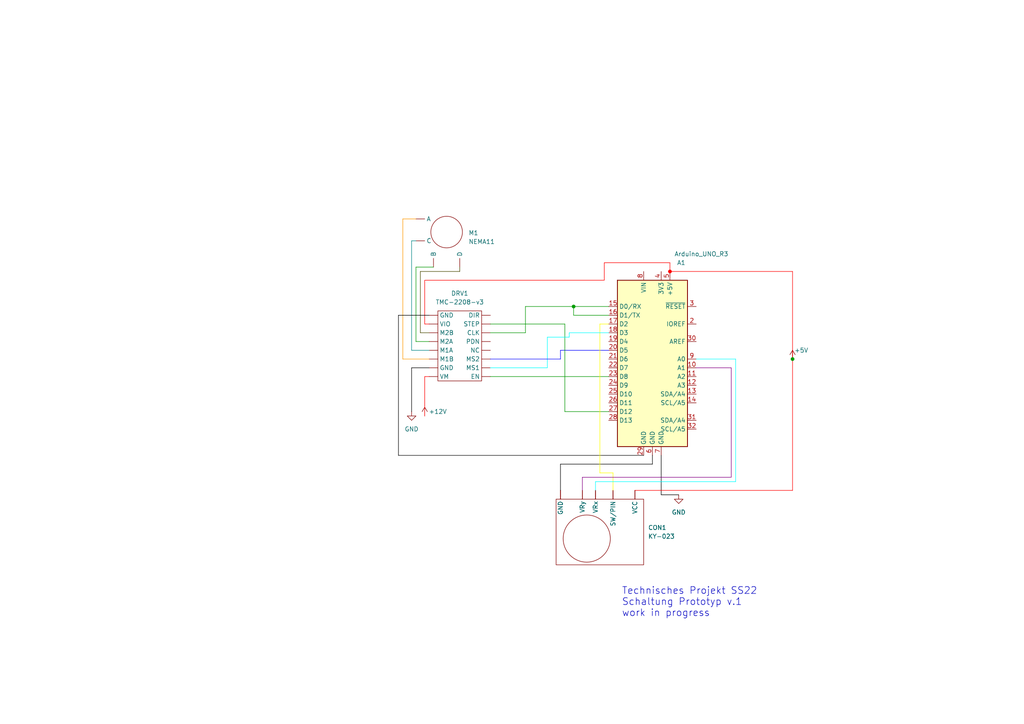
<source format=kicad_sch>
(kicad_sch (version 20211123) (generator eeschema)
  (paper "A4")
  (lib_symbols
    (symbol "FunDuino:KY-023"
      (property "Reference" "CON" (at 0 0 0))
      (property "Value" "KY-023" (at 0 2.54 0))
      (symbol "KY-023_0_1"
        (rectangle (start -3.81 -2.54) (end 21.59 -21.59))
        (circle (center 12.7 -10.16) (radius 6.8392))
      )
      (symbol "KY-023_1_1"
        (pin power_in line (at 20.32 -24.13 90) (length 2.54) (name "GND") (number ""))
        (pin output line (at 5.08 -24.13 90) (length 2.54) (name "SW/PIN") (number ""))
        (pin power_in line (at -1.27 -24.13 90) (length 2.54) (name "VCC") (number ""))
        (pin output line (at 10.16 -24.13 90) (length 2.54) (name "VRx") (number ""))
        (pin output line (at 13.97 -24.13 90) (length 2.54) (name "VRy") (number ""))
      )
    )
    (symbol "MCU_Module:Arduino_UNO_R3"
      (property "Reference" "A" (at -10.16 23.495 0))
      (property "Value" "Arduino_UNO_R3" (at 5.08 -26.67 0))
      (symbol "Arduino_UNO_R3_0_1"
        (rectangle (start -10.16 22.86) (end 10.16 -25.4) (stroke (width 0.254)) (fill (type background)))
      )
      (symbol "Arduino_UNO_R3_1_1"
        (pin no_connect line (at -10.16 -20.32 0) (length 2.54) hide (name "NC") (number "1"))
        (pin bidirectional line (at 12.7 -2.54 180) (length 2.54) (name "A1") (number "10"))
        (pin bidirectional line (at 12.7 -5.08 180) (length 2.54) (name "A2") (number "11"))
        (pin bidirectional line (at 12.7 -7.62 180) (length 2.54) (name "A3") (number "12"))
        (pin bidirectional line (at 12.7 -10.16 180) (length 2.54) (name "SDA/A4") (number "13"))
        (pin bidirectional line (at 12.7 -12.7 180) (length 2.54) (name "SCL/A5") (number "14"))
        (pin bidirectional line (at -12.7 15.24 0) (length 2.54) (name "D0/RX") (number "15"))
        (pin bidirectional line (at -12.7 12.7 0) (length 2.54) (name "D1/TX") (number "16"))
        (pin bidirectional line (at -12.7 10.16 0) (length 2.54) (name "D2") (number "17"))
        (pin bidirectional line (at -12.7 7.62 0) (length 2.54) (name "D3") (number "18"))
        (pin bidirectional line (at -12.7 5.08 0) (length 2.54) (name "D4") (number "19"))
        (pin output line (at 12.7 10.16 180) (length 2.54) (name "IOREF") (number "2"))
        (pin bidirectional line (at -12.7 2.54 0) (length 2.54) (name "D5") (number "20"))
        (pin bidirectional line (at -12.7 0 0) (length 2.54) (name "D6") (number "21"))
        (pin bidirectional line (at -12.7 -2.54 0) (length 2.54) (name "D7") (number "22"))
        (pin bidirectional line (at -12.7 -5.08 0) (length 2.54) (name "D8") (number "23"))
        (pin bidirectional line (at -12.7 -7.62 0) (length 2.54) (name "D9") (number "24"))
        (pin bidirectional line (at -12.7 -10.16 0) (length 2.54) (name "D10") (number "25"))
        (pin bidirectional line (at -12.7 -12.7 0) (length 2.54) (name "D11") (number "26"))
        (pin bidirectional line (at -12.7 -15.24 0) (length 2.54) (name "D12") (number "27"))
        (pin bidirectional line (at -12.7 -17.78 0) (length 2.54) (name "D13") (number "28"))
        (pin power_in line (at -2.54 -27.94 90) (length 2.54) (name "GND") (number "29"))
        (pin input line (at 12.7 15.24 180) (length 2.54) (name "~{RESET}") (number "3"))
        (pin input line (at 12.7 5.08 180) (length 2.54) (name "AREF") (number "30"))
        (pin bidirectional line (at 12.7 -17.78 180) (length 2.54) (name "SDA/A4") (number "31"))
        (pin bidirectional line (at 12.7 -20.32 180) (length 2.54) (name "SCL/A5") (number "32"))
        (pin power_out line (at 2.54 25.4 270) (length 2.54) (name "3V3") (number "4"))
        (pin power_out line (at 5.08 25.4 270) (length 2.54) (name "+5V") (number "5"))
        (pin power_in line (at 0 -27.94 90) (length 2.54) (name "GND") (number "6"))
        (pin power_in line (at 2.54 -27.94 90) (length 2.54) (name "GND") (number "7"))
        (pin power_in line (at -2.54 25.4 270) (length 2.54) (name "VIN") (number "8"))
        (pin bidirectional line (at 12.7 0 180) (length 2.54) (name "A0") (number "9"))
      )
    )
    (symbol "NEMA-motor:NEMA11"
      (property "Reference" "M" (at 2.54 2.54 0))
      (property "Value" "NEMA11" (at 5.08 5.08 0))
      (symbol "NEMA11_0_1"
        (circle (center 0 -5.08) (radius 4.5791))
      )
      (symbol "NEMA11_1_1"
        (pin input line (at -8.89 -1.27 0) (length 2.54) (name "A") (number ""))
        (pin input line (at -3.81 -15.24 90) (length 2.54) (name "B") (number ""))
        (pin input line (at -8.89 -7.62 0) (length 2.54) (name "C") (number ""))
        (pin input line (at 3.81 -15.24 90) (length 2.54) (name "D") (number ""))
      )
    )
    (symbol "TMC-Driver:TMC-2208-v3"
      (property "Reference" "DRV" (at -3.81 2.54 0))
      (property "Value" "TMC-2208-v3" (at 0 0 0))
      (symbol "TMC-2208-v3_0_1"
        (rectangle (start -6.35 -2.54) (end 6.35 -22.86))
      )
      (symbol "TMC-2208-v3_1_1"
        (pin input line (at 8.89 -8.89 180) (length 2.54) (name "CLK") (number ""))
        (pin input line (at 8.89 -3.81 180) (length 2.54) (name "DIR") (number ""))
        (pin input line (at 8.89 -21.59 180) (length 2.54) (name "EN") (number ""))
        (pin power_in line (at -8.89 -19.05 0) (length 2.54) (name "GND") (number ""))
        (pin power_in line (at -8.89 -3.81 0) (length 2.54) (name "GND") (number ""))
        (pin output line (at -8.89 -13.97 0) (length 2.54) (name "M1A") (number ""))
        (pin output line (at -8.89 -16.51 0) (length 2.54) (name "M1B") (number ""))
        (pin output line (at -8.89 -11.43 0) (length 2.54) (name "M2A") (number ""))
        (pin output line (at -8.89 -8.89 0) (length 2.54) (name "M2B") (number ""))
        (pin input line (at 8.89 -19.05 180) (length 2.54) (name "MS1") (number ""))
        (pin input line (at 8.89 -16.51 180) (length 2.54) (name "MS2") (number ""))
        (pin input line (at 8.89 -13.97 180) (length 2.54) (name "NC") (number ""))
        (pin bidirectional line (at 8.89 -11.43 180) (length 2.54) (name "PDN") (number ""))
        (pin input line (at 8.89 -6.35 180) (length 2.54) (name "STEP") (number ""))
        (pin power_in line (at -8.89 -6.35 0) (length 2.54) (name "VIO") (number ""))
        (pin power_in line (at -8.89 -21.59 0) (length 2.54) (name "VM") (number ""))
      )
    )
    (symbol "power:+12V" (power) (pin_names (offset 0))
      (property "Value" "+12V" (at 0 3.556 0))
      (symbol "+12V_0_1"
        (polyline (pts (xy -0.762 1.27) (xy 0 2.54)))
        (polyline (pts (xy 0 0) (xy 0 2.54)))
        (polyline (pts (xy 0 2.54) (xy 0.762 1.27)))
      )
      (symbol "+12V_1_1"
        (pin power_in line (at 0 0 90) (length 0) hide (name "+12V") (number "1"))
      )
    )
    (symbol "power:+5V" (power) (pin_names (offset 0))
      (property "Value" "+5V" (at 0 3.556 0))
      (symbol "+5V_0_1"
        (polyline (pts (xy -0.762 1.27) (xy 0 2.54)))
        (polyline (pts (xy 0 0) (xy 0 2.54)))
        (polyline (pts (xy 0 2.54) (xy 0.762 1.27)))
      )
      (symbol "+5V_1_1"
        (pin power_in line (at 0 0 90) (length 0) hide (name "+5V") (number "1"))
      )
    )
    (symbol "power:GND" (power) (pin_names (offset 0))
      (property "Value" "GND" (at 0 -3.81 0))
      (symbol "GND_0_1"
        (polyline (pts (xy 0 0) (xy 0 -1.27) (xy 1.27 -1.27) (xy 0 -2.54) (xy -1.27 -1.27) (xy 0 -1.27)))
      )
      (symbol "GND_1_1"
        (pin power_in line (at 0 0 270) (length 0) hide (name "GND") (number "1"))
      )
    )
  )
  (junction (at 194.31 78.74) (color 255 0 0 1))
  (junction (at 166.37 88.9))
  (junction (at 229.87 104.14))
  (wire (pts (xy 116.84 104.14) (xy 124.46 104.14)) (stroke (width 0) (color 255 153 0 1)))
  (wire (pts (xy 177.8 137.16) (xy 173.99 137.16)) (stroke (width 0) (color 255 255 0 1)))
  (wire (pts (xy 120.65 77.47) (xy 125.73 77.47)))
  (wire (pts (xy 184.15 142.24) (xy 229.87 142.24)) (stroke (width 0) (color 255 0 0 1)))
  (wire (pts (xy 191.77 143.51) (xy 196.85 143.51)) (stroke (width 0) (color 0 0 0 1)))
  (wire (pts (xy 123.19 81.28) (xy 175.26 81.28)) (stroke (width 0) (color 255 0 0 1)))
  (wire (pts (xy 212.09 106.68) (xy 201.93 106.68)) (stroke (width 0) (color 132 0 132 1)))
  (wire (pts (xy 142.24 93.98) (xy 163.83 93.98)))
  (wire (pts (xy 142.24 104.14) (xy 162.56 104.14)) (stroke (width 0) (color 0 0 255 1)))
  (wire (pts (xy 142.24 106.68) (xy 158.75 106.68)) (stroke (width 0) (color 0 255 255 1)))
  (wire (pts (xy 120.65 63.5) (xy 116.84 63.5)) (stroke (width 0) (color 255 153 0 1)))
  (wire (pts (xy 119.38 101.6) (xy 119.38 69.85)) (stroke (width 0) (color 0 132 132 1)))
  (wire (pts (xy 176.53 88.9) (xy 166.37 88.9)))
  (wire (pts (xy 213.36 104.14) (xy 201.93 104.14)) (stroke (width 0) (color 0 255 255 1)))
  (wire (pts (xy 165.1 97.79) (xy 165.1 96.52)) (stroke (width 0) (color 0 255 255 1)))
  (wire (pts (xy 162.56 104.14) (xy 162.56 101.6)) (stroke (width 0) (color 0 0 255 1)))
  (wire (pts (xy 165.1 96.52) (xy 176.53 96.52)) (stroke (width 0) (color 0 255 255 1)))
  (wire (pts (xy 213.36 139.7) (xy 213.36 104.14)) (stroke (width 0) (color 0 255 255 1)))
  (wire (pts (xy 162.56 101.6) (xy 176.53 101.6)) (stroke (width 0) (color 0 0 255 1)))
  (wire (pts (xy 123.19 109.22) (xy 124.46 109.22)) (stroke (width 0) (color 255 0 0 1)))
  (wire (pts (xy 177.8 142.24) (xy 177.8 137.16)) (stroke (width 0) (color 255 255 0 1)))
  (wire (pts (xy 229.87 104.14) (xy 229.87 78.74)) (stroke (width 0) (color 255 0 0 1)))
  (wire (pts (xy 229.87 142.24) (xy 229.87 104.14)) (stroke (width 0) (color 255 0 0 1)))
  (wire (pts (xy 176.53 93.98) (xy 173.99 93.98)) (stroke (width 0) (color 255 255 0 1)))
  (wire (pts (xy 115.57 132.08) (xy 186.69 132.08)) (stroke (width 0) (color 0 0 0 1)))
  (wire (pts (xy 168.91 142.24) (xy 168.91 138.43)) (stroke (width 0) (color 132 0 132 1)))
  (wire (pts (xy 175.26 76.2) (xy 194.31 76.2)) (stroke (width 0) (color 255 0 0 1)))
  (wire (pts (xy 158.75 106.68) (xy 158.75 97.79)) (stroke (width 0) (color 0 255 255 1)))
  (wire (pts (xy 166.37 88.9) (xy 152.4 88.9)))
  (wire (pts (xy 166.37 88.9) (xy 166.37 91.44)))
  (wire (pts (xy 115.57 91.44) (xy 124.46 91.44)) (stroke (width 0) (color 0 0 0 1)))
  (wire (pts (xy 152.4 88.9) (xy 152.4 96.52)))
  (wire (pts (xy 162.56 134.62) (xy 189.23 134.62)) (stroke (width 0) (color 0 0 0 1)))
  (wire (pts (xy 176.53 91.44) (xy 166.37 91.44)))
  (wire (pts (xy 172.72 139.7) (xy 213.36 139.7)) (stroke (width 0) (color 0 255 255 1)))
  (wire (pts (xy 152.4 96.52) (xy 142.24 96.52)))
  (wire (pts (xy 163.83 93.98) (xy 163.83 119.38)))
  (wire (pts (xy 119.38 119.38) (xy 119.38 106.68)) (stroke (width 0) (color 0 0 0 1)))
  (wire (pts (xy 163.83 119.38) (xy 176.53 119.38)))
  (wire (pts (xy 124.46 99.06) (xy 120.65 99.06)))
  (wire (pts (xy 124.46 101.6) (xy 119.38 101.6)) (stroke (width 0) (color 0 132 132 1)))
  (wire (pts (xy 229.87 78.74) (xy 194.31 78.74)) (stroke (width 0) (color 255 0 0 1)))
  (wire (pts (xy 212.09 138.43) (xy 212.09 106.68)) (stroke (width 0) (color 132 0 132 1)))
  (wire (pts (xy 119.38 106.68) (xy 124.46 106.68)) (stroke (width 0) (color 0 0 0 1)))
  (wire (pts (xy 120.65 77.47) (xy 120.65 99.06)))
  (wire (pts (xy 142.24 109.22) (xy 176.53 109.22)))
  (wire (pts (xy 121.92 96.52) (xy 121.92 78.74)) (stroke (width 0) (color 72 72 0 1)))
  (wire (pts (xy 189.23 134.62) (xy 189.23 132.08)) (stroke (width 0) (color 0 0 0 1)))
  (wire (pts (xy 115.57 91.44) (xy 115.57 132.08)) (stroke (width 0) (color 0 0 0 1)))
  (wire (pts (xy 158.75 97.79) (xy 165.1 97.79)) (stroke (width 0) (color 0 255 255 1)))
  (wire (pts (xy 191.77 132.08) (xy 191.77 143.51)) (stroke (width 0) (color 0 0 0 1)))
  (wire (pts (xy 175.26 81.28) (xy 175.26 76.2)) (stroke (width 0) (color 255 0 0 1)))
  (wire (pts (xy 173.99 93.98) (xy 173.99 137.16)) (stroke (width 0) (color 255 255 0 1)))
  (wire (pts (xy 133.35 78.74) (xy 133.35 77.47)) (stroke (width 0) (color 72 72 0 1)))
  (wire (pts (xy 168.91 138.43) (xy 212.09 138.43)) (stroke (width 0) (color 132 0 132 1)))
  (wire (pts (xy 123.19 120.65) (xy 123.19 109.22)) (stroke (width 0) (color 255 0 0 1)))
  (wire (pts (xy 123.19 81.28) (xy 123.19 93.98)) (stroke (width 0) (color 255 0 0 1)))
  (wire (pts (xy 124.46 93.98) (xy 123.19 93.98)) (stroke (width 0) (color 255 0 0 1)))
  (wire (pts (xy 124.46 96.52) (xy 121.92 96.52)) (stroke (width 0) (color 72 72 0 1)))
  (wire (pts (xy 162.56 142.24) (xy 162.56 134.62)) (stroke (width 0) (color 0 0 0 1)))
  (wire (pts (xy 121.92 78.74) (xy 133.35 78.74)) (stroke (width 0) (color 72 72 0 1)))
  (wire (pts (xy 116.84 63.5) (xy 116.84 104.14)) (stroke (width 0) (color 255 153 0 1)))
  (wire (pts (xy 194.31 76.2) (xy 194.31 78.74)) (stroke (width 0) (color 255 0 0 1)))
  (wire (pts (xy 172.72 142.24) (xy 172.72 139.7)) (stroke (width 0) (color 0 255 255 1)))
  (wire (pts (xy 119.38 69.85) (xy 120.65 69.85)) (stroke (width 0) (color 0 132 132 1)))
  (text "Technisches Projekt SS22\nSchaltung Prototyp v.1\nwork in progress" (at 180.34 179.07 0) (effects (font (size 2 2)) (justify left bottom)))
  (symbol (lib_id "power:GND") (at 196.85 143.51 0) (unit 1)
    (property "Reference" "#PWR?" (effects hide))
    (property "Value" "GND" (at 196.85 148.59 0))
  )
  (symbol (lib_id "TMC-Driver:TMC-2208-v3") (at 133.35 87.63 0) (unit 1)
    (property "Reference" "DRV1" (at 133.35 85.09 0))
    (property "Value" "TMC-2208-v3" (at 133.35 87.63 0))
    (property "Datasheet" "https://wiki.fysetc.com/TMC2208/" (effects hide))
  )
  (symbol (lib_id "MCU_Module:Arduino_UNO_R3") (at 189.23 104.14 0) (unit 1)
    (property "Reference" "A1" (at 196.3294 76.2 0) (effects (justify left)))
    (property "Value" "Arduino_UNO_R3" (at 195.58 73.66 0) (effects (justify left)))
    (property "Footprint" "Module:Arduino_UNO_R3" (effects hide))
    (property "Datasheet" "https://www.arduino.cc/en/Main/arduinoBoardUno" (effects hide))
  )
  (symbol (lib_id "power:GND") (at 119.38 119.38 0) (unit 1)
    (property "Reference" "#PWR?" (effects hide))
    (property "Value" "GND" (at 119.38 124.46 0))
  )
  (symbol (lib_id "NEMA-motor:NEMA11") (at 129.54 62.23 0) (unit 1)
    (property "Reference" "M1" (at 135.89 67.5603 0) (effects (justify left)))
    (property "Value" "NEMA11" (at 135.89 70.1003 0) (effects (justify left)))
  )
  (symbol (lib_id "FunDuino:KY-023") (at 182.88 166.37 180) (unit 1)
    (property "Reference" "CON1" (at 187.96 153.0349 0) (effects (justify right)))
    (property "Value" "KY-023" (at 187.96 155.5749 0) (effects (justify right)))
  )
  (symbol (lib_id "power:+12V") (at 123.19 120.65 0) (unit 1)
    (property "Reference" "#PWR?" (effects hide))
    (property "Value" "+12V" (at 127 119.38 0))
  )
  (symbol (lib_id "power:+5V") (at 229.87 104.14 0) (unit 1)
    (property "Reference" "#PWR?" (effects hide))
    (property "Value" "+5V" (at 232.41 101.6 0))
  )
)
</source>
